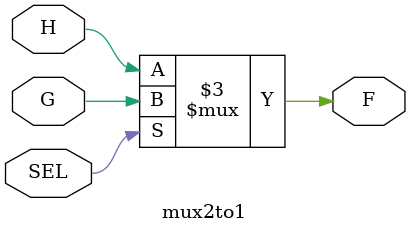
<source format=v>
module project1_task2_1 (output wire f,
			 input wire 	  a,b,c,d,clk);
   // Combinational Logic
   reg 					  h, g, n , j, k;
   always @ (a, b, c, d, j)
     begin
	h = a ~| b; // NOR gate
	g = b ^ c;  // XOR gate
	n = c ~& d; // NAND
	j = n | f ; // OR
     end
   // Connect to Mux
   dflipflop U1 (.D(j), .Q(k), .Qn(k),.CLK(clk));
   mux2to1 U2 (.F(f), .H(h), .G(g), .SEL(k));

endmodule // project1_task2_1
// ********************************
// *********************************
// Flip Flop
// *********************************
// verilator lint_off DECLFILENAME 
module dflipflop ( output reg Q, Qn,
		   input wire CLK, D);
// verilator lint_on DECLFILENAME 
   always @ (posedge CLK)
     begin
	Q <= D;
	Qn <= ~D;
     end
endmodule // dflipflop

// **********************************
// **********************************
// Mux 2to1
// **********************************
module mux2to1( H, G, SEL, F);
   input wire H, G, SEL;
   output reg F;

   always @(H or G or SEL)
     begin
	if(SEL) 
	  F= G;
	else
	  F=H;
     end
endmodule
// *********************************


</source>
